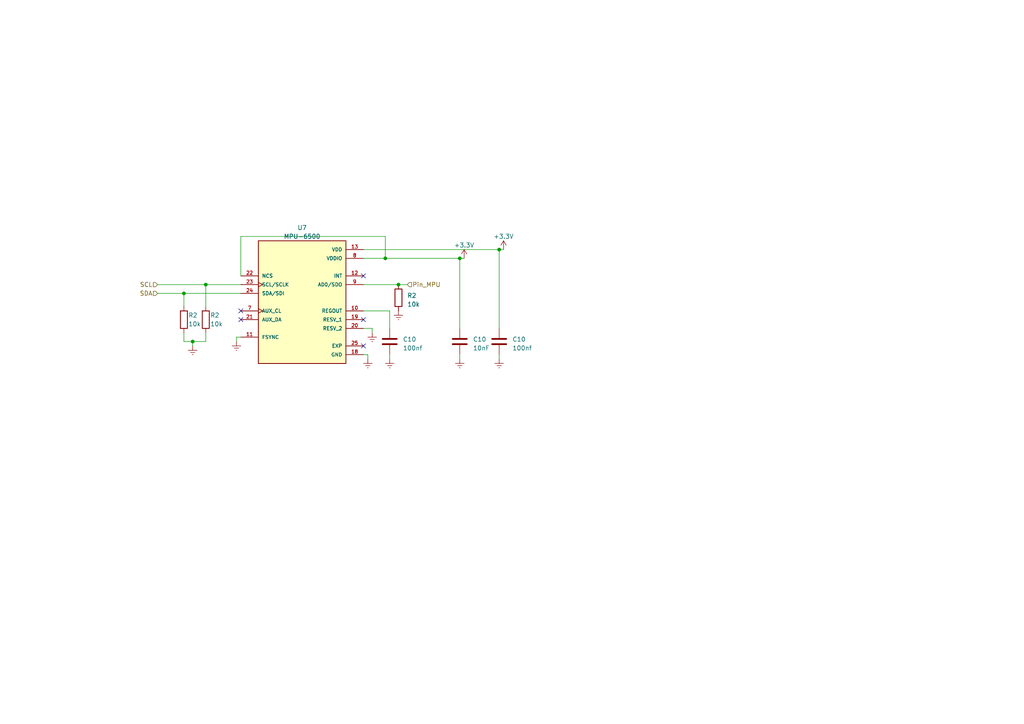
<source format=kicad_sch>
(kicad_sch (version 20230121) (generator eeschema)
  (paper "A4")
  (lib_symbols
    (symbol "Device:C" (pin_numbers hide) (pin_names (offset 0.254))
      (property "Reference" "C" (at 0.635 2.54 0))
      (property "Value" "C" (at 0.635 -2.54 0))
      (symbol "C_0_1"
        (polyline (pts (xy -2.032 -0.762) (xy 2.032 -0.762)) (stroke (width 0.508)))
        (polyline (pts (xy -2.032 0.762) (xy 2.032 0.762)) (stroke (width 0.508)))
      )
      (symbol "C_1_1"
        (pin passive line (at 0 3.81 270) (length 2.794) (name "~") (number "1"))
        (pin passive line (at 0 -3.81 90) (length 2.794) (name "~") (number "2"))
      )
    )
    (symbol "Device:R" (pin_numbers hide) (pin_names (offset 0))
      (property "Reference" "R" (at 2.032 0 90))
      (property "Value" "R" (at 0 0 90))
      (symbol "R_0_1"
        (rectangle (start -1.016 -2.54) (end 1.016 2.54) (stroke (width 0.254)))
      )
      (symbol "R_1_1"
        (pin passive line (at 0 3.81 270) (length 1.27) (name "~") (number "1"))
        (pin passive line (at 0 -3.81 90) (length 1.27) (name "~") (number "2"))
      )
    )
    (symbol "MPU-6500:MPU-6500" (pin_names (offset 1.016))
      (property "Reference" "U" (at -12.7 19.05 0))
      (property "Value" "MPU-6500" (at -12.7 -19.05 0))
      (symbol "MPU-6500_0_0"
        (rectangle (start -12.7 -17.78) (end 12.7 17.78) (stroke (width 0.254)) (fill (type background)))
        (pin output line (at 17.78 -2.54 180) (length 5.08) (name "REGOUT") (number "10"))
        (pin input line (at -17.78 -10.16 0) (length 5.08) (name "FSYNC") (number "11"))
        (pin output line (at 17.78 7.62 180) (length 5.08) (name "INT") (number "12"))
        (pin power_in line (at 17.78 15.24 180) (length 5.08) (name "VDD") (number "13"))
        (pin power_in line (at 17.78 -15.24 180) (length 5.08) (name "GND") (number "18"))
        (pin passive line (at 17.78 -5.08 180) (length 5.08) (name "RESV_1") (number "19"))
        (pin passive line (at 17.78 -7.62 180) (length 5.08) (name "RESV_2") (number "20"))
        (pin bidirectional line (at -17.78 -5.08 0) (length 5.08) (name "AUX_DA") (number "21"))
        (pin input line (at -17.78 7.62 0) (length 5.08) (name "NCS") (number "22"))
        (pin input clock (at -17.78 5.08 0) (length 5.08) (name "SCL/SCLK") (number "23"))
        (pin bidirectional line (at -17.78 2.54 0) (length 5.08) (name "SDA/SDI") (number "24"))
        (pin passive line (at 17.78 -12.7 180) (length 5.08) (name "EXP") (number "25"))
        (pin input clock (at -17.78 -2.54 0) (length 5.08) (name "AUX_CL") (number "7"))
        (pin power_in line (at 17.78 12.7 180) (length 5.08) (name "VDDIO") (number "8"))
        (pin output line (at 17.78 5.08 180) (length 5.08) (name "AD0/SDO") (number "9"))
      )
    )
    (symbol "power:+3.3V" (power) (pin_names (offset 0))
      (property "Value" "+3.3V" (at 0 3.556 0))
      (symbol "+3.3V_0_1"
        (polyline (pts (xy -0.762 1.27) (xy 0 2.54)))
        (polyline (pts (xy 0 0) (xy 0 2.54)))
        (polyline (pts (xy 0 2.54) (xy 0.762 1.27)))
      )
      (symbol "+3.3V_1_1"
        (pin power_in line (at 0 0 90) (length 0) hide (name "+3.3V") (number "1"))
      )
    )
    (symbol "power:Earth" (power) (pin_names (offset 0))
      (symbol "Earth_0_1"
        (polyline (pts (xy -0.635 -1.905) (xy 0.635 -1.905)))
        (polyline (pts (xy -0.127 -2.54) (xy 0.127 -2.54)))
        (polyline (pts (xy 0 -1.27) (xy 0 0)))
        (polyline (pts (xy 1.27 -1.27) (xy -1.27 -1.27)))
      )
      (symbol "Earth_1_1"
        (pin power_in line (at 0 0 270) (length 0) hide (name "Earth") (number "1"))
      )
    )
  )
  (junction (at 53.34 85.09))
  (junction (at 115.57 82.55))
  (junction (at 133.35 74.93))
  (junction (at 111.76 74.93))
  (junction (at 55.88 99.06))
  (junction (at 59.69 82.55))
  (junction (at 144.78 72.39))
  (no_connect (at 105.41 100.33))
  (no_connect (at 105.41 92.71))
  (no_connect (at 69.85 90.17))
  (no_connect (at 69.85 92.71))
  (no_connect (at 105.41 80.01))
  (wire (pts (xy 105.41 74.93) (xy 111.76 74.93)))
  (wire (pts (xy 144.78 102.87) (xy 144.78 104.14)))
  (wire (pts (xy 111.76 68.58) (xy 111.76 74.93)))
  (wire (pts (xy 68.58 97.79) (xy 68.58 99.06)))
  (wire (pts (xy 45.72 82.55) (xy 59.69 82.55)))
  (wire (pts (xy 106.68 102.87) (xy 105.41 102.87)))
  (wire (pts (xy 69.85 97.79) (xy 68.58 97.79)))
  (wire (pts (xy 107.95 96.52) (xy 107.95 95.25)))
  (wire (pts (xy 133.35 104.14) (xy 133.35 102.87)))
  (wire (pts (xy 144.78 72.39) (xy 146.05 72.39)))
  (wire (pts (xy 106.68 104.14) (xy 106.68 102.87)))
  (wire (pts (xy 53.34 85.09) (xy 69.85 85.09)))
  (wire (pts (xy 53.34 96.52) (xy 53.34 99.06)))
  (wire (pts (xy 55.88 100.33) (xy 55.88 99.06)))
  (wire (pts (xy 69.85 68.58) (xy 111.76 68.58)))
  (wire (pts (xy 69.85 80.01) (xy 69.85 68.58)))
  (wire (pts (xy 53.34 85.09) (xy 53.34 88.9)))
  (wire (pts (xy 55.88 99.06) (xy 59.69 99.06)))
  (wire (pts (xy 53.34 99.06) (xy 55.88 99.06)))
  (wire (pts (xy 105.41 82.55) (xy 115.57 82.55)))
  (wire (pts (xy 59.69 82.55) (xy 69.85 82.55)))
  (wire (pts (xy 113.03 102.87) (xy 113.03 104.14)))
  (wire (pts (xy 111.76 74.93) (xy 133.35 74.93)))
  (wire (pts (xy 59.69 99.06) (xy 59.69 96.52)))
  (wire (pts (xy 113.03 95.25) (xy 113.03 90.17)))
  (wire (pts (xy 107.95 95.25) (xy 105.41 95.25)))
  (wire (pts (xy 45.72 85.09) (xy 53.34 85.09)))
  (wire (pts (xy 133.35 74.93) (xy 134.62 74.93)))
  (wire (pts (xy 59.69 82.55) (xy 59.69 88.9)))
  (wire (pts (xy 133.35 74.93) (xy 133.35 95.25)))
  (wire (pts (xy 118.11 82.55) (xy 115.57 82.55)))
  (wire (pts (xy 144.78 95.25) (xy 144.78 72.39)))
  (wire (pts (xy 113.03 90.17) (xy 105.41 90.17)))
  (wire (pts (xy 105.41 72.39) (xy 144.78 72.39)))
  (hierarchical_label "SDA" (shape input) (at 45.72 85.09 180))
  (hierarchical_label "SCL" (shape input) (at 45.72 82.55 180))
  (hierarchical_label "Pin_MPU" (shape input) (at 118.11 82.55 0))
  (symbol (lib_id "power:Earth") (at 107.95 96.52 0) (unit 1)
    (property "Reference" "#PWR03" (effects hide))
    (property "Value" "Earth" (effects hide))
    (instances (project "KISS_V2" (path "" (reference "#PWR03") (unit 1)) (path "" (reference "#PWR013") (unit 1)) (path "" (reference "#PWR014") (unit 1))) (project "Proyecto kiss" (path "" (reference "#PWR022") (unit 1)) (path "" (reference "#PWR022") (unit 1))))
  )
  (symbol (lib_id "Device:R") (at 59.69 92.71 0) (unit 1)
    (property "Reference" "R2" (at 60.96 91.44 0) (effects (justify left)))
    (property "Value" "10k" (at 60.96 93.98 0) (effects (justify left)))
    (property "Footprint" "Resistor_SMD:R_0603_1608Metric" (effects hide))
    (property "Datasheet" "https://www.mouser.com/datasheet/2/427/crcw0201e3-1761851.pdf" (effects hide))
    (property "Mouser Price/Stock" "https://www.mouser.com/ProductDetail/Vishay-Dale/CRCW0201220KFKED?qs=NYScm%2FwlDDYNqmB%252BWqlp%252Bw%3D%3D" (effects hide))
    (property "Manufacturer_Part_Number" "CRCW0201220KFKED" (effects hide))
    (instances (project "KISS_V2" (path "" (reference "R2") (unit 1)) (path "" (reference "R6") (unit 1))) (project "Proyecto kiss" (path "" (reference "R3") (unit 1)) (path "" (reference "R24") (unit 1))))
  )
  (symbol (lib_id "power:+3.3V") (at 146.05 72.39 0) (unit 1)
    (property "Reference" "#PWR026" (effects hide))
    (property "Value" "+3.3V" (at 146.05 68.58 0))
    (instances (project "Proyecto kiss" (path "" (reference "#PWR026") (unit 1)) (path "" (reference "#PWR027") (unit 1))))
  )
  (symbol (lib_id "Device:C") (at 144.78 99.06 180) (unit 1)
    (property "Reference" "C10" (at 148.59 98.425 0) (effects (justify right)))
    (property "Value" "100nf" (at 148.59 100.965 0) (effects (justify right)))
    (property "Footprint" "Capacitor_SMD:C_0603_1608Metric" (effects hide))
    (property "Datasheet" "https://www.mouser.com/datasheet/2/212/KEM_C1023_X7R_AUTO_SMD-1093309.pdf" (effects hide))
    (property "Manufacturer_Part_Number" "C0603C104K5RAC3121" (effects hide))
    (property "Mouser Price/Stock" "https://www.mouser.com/ProductDetail/KEMET/C0603C104K5RAC3121?qs=oBCMsStVSxe1EkGyoyETtg%3D%3D" (effects hide))
    (instances (project "KISS_V2" (path "" (reference "C10") (unit 1)) (path "" (reference "C14") (unit 1))) (project "Proyecto kiss" (path "" (reference "C14") (unit 1)) (path "" (reference "C14") (unit 1))))
  )
  (symbol (lib_id "power:Earth") (at 144.78 104.14 0) (unit 1)
    (property "Reference" "#PWR03" (effects hide))
    (property "Value" "Earth" (effects hide))
    (instances (project "KISS_V2" (path "" (reference "#PWR03") (unit 1)) (path "" (reference "#PWR013") (unit 1)) (path "" (reference "#PWR017") (unit 1))) (project "Proyecto kiss" (path "" (reference "#PWR025") (unit 1)) (path "" (reference "#PWR026") (unit 1))))
  )
  (symbol (lib_id "Device:R") (at 53.34 92.71 0) (unit 1)
    (property "Reference" "R2" (at 54.61 91.44 0) (effects (justify left)))
    (property "Value" "10k" (at 54.61 93.98 0) (effects (justify left)))
    (property "Footprint" "Resistor_SMD:R_0603_1608Metric" (effects hide))
    (property "Datasheet" "https://www.mouser.com/datasheet/2/427/crcw0201e3-1761851.pdf" (effects hide))
    (property "Mouser Price/Stock" "https://www.mouser.com/ProductDetail/Vishay-Dale/CRCW0201220KFKED?qs=NYScm%2FwlDDYNqmB%252BWqlp%252Bw%3D%3D" (effects hide))
    (property "Manufacturer_Part_Number" "CRCW0201220KFKED" (effects hide))
    (instances (project "KISS_V2" (path "" (reference "R2") (unit 1)) (path "" (reference "R6") (unit 1))) (project "Proyecto kiss" (path "" (reference "R3") (unit 1)) (path "" (reference "R23") (unit 1))))
  )
  (symbol (lib_id "power:Earth") (at 68.58 99.06 0) (unit 1)
    (property "Reference" "#PWR03" (effects hide))
    (property "Value" "Earth" (effects hide))
    (instances (project "KISS_V2" (path "" (reference "#PWR03") (unit 1)) (path "" (reference "#PWR013") (unit 1)) (path "" (reference "#PWR012") (unit 1))) (project "Proyecto kiss" (path "" (reference "#PWR020") (unit 1)) (path "" (reference "#PWR020") (unit 1))))
  )
  (symbol (lib_id "power:+3.3V") (at 134.62 74.93 0) (unit 1)
    (property "Reference" "#PWR027" (effects hide))
    (property "Value" "+3.3V" (at 134.62 71.12 0))
    (instances (project "Proyecto kiss" (path "" (reference "#PWR027") (unit 1)) (path "" (reference "#PWR025") (unit 1))))
  )
  (symbol (lib_id "MPU-6500:MPU-6500") (at 87.63 87.63 0) (unit 1)
    (property "Reference" "U7" (at 87.63 66.04 0))
    (property "Value" "MPU-6500" (at 87.63 68.58 0))
    (property "Footprint" "MPU-6500:QFN40P300X300X95-25N" (effects hide))
    (property "Datasheet" "https://product.tdk.com/system/files/dam/doc/product/sensor/mortion-inertial/imu/data_sheet/mpu-6500-datasheet2.pdf?ref_disty=mouser" (effects hide))
    (property "B_MIN" "0.15" (effects hide))
    (property "D_NOM" "3.0" (effects hide))
    (property "MAXIMUM_PACKAGE_HEIGHT" "0.95 mm" (effects hide))
    (property "D2_NOM" "1.7" (effects hide))
    (property "E2_NOM" "1.54" (effects hide))
    (property "E_NOM" "3.0" (effects hide))
    (property "D_MIN" "2.9" (effects hide))
    (property "PARTREV" "1.3" (effects hide))
    (property "L_NOM" "0.3" (effects hide))
    (property "L_MAX" "0.25" (effects hide))
    (property "PIN_COUNT_D" "6.0" (effects hide))
    (property "PIN_COUNT_E" "6.0" (effects hide))
    (property "D_MAX" "3.1" (effects hide))
    (property "ENOM" "0.4" (effects hide))
    (property "L_MIN" "0.15" (effects hide))
    (property "MANUFACTURER" "TDK InvenSense" (effects hide))
    (property "STANDARD" "IPC 7351B" (effects hide))
    (property "B_MAX" "0.25" (effects hide))
    (property "E_MIN" "2.9" (effects hide))
    (property "E_MAX" "3.1" (effects hide))
    (property "B_NOM" "0.2" (effects hide))
    (property "Manufacturer_Part_Number" "MPU-6500" (effects hide))
    (property "Mouser Price/Stock" "https://www.mouser.com/ProductDetail/TDK-InvenSense/MPU-6500?qs=u4fy%2FsgLU9PiIOIlWOSPhQ%3D%3D" (effects hide))
  )
  (symbol (lib_id "power:Earth") (at 133.35 104.14 0) (unit 1)
    (property "Reference" "#PWR03" (effects hide))
    (property "Value" "Earth" (effects hide))
    (instances (project "KISS_V2" (path "" (reference "#PWR03") (unit 1)) (path "" (reference "#PWR013") (unit 1)) (path "" (reference "#PWR016") (unit 1))) (project "Proyecto kiss" (path "" (reference "#PWR024") (unit 1)) (path "" (reference "#PWR024") (unit 1))))
  )
  (symbol (lib_id "power:Earth") (at 55.88 100.33 0) (unit 1)
    (property "Reference" "#PWR03" (effects hide))
    (property "Value" "Earth" (effects hide))
    (instances (project "KISS_V2" (path "" (reference "#PWR03") (unit 1)) (path "" (reference "#PWR013") (unit 1)) (path "" (reference "#PWR012") (unit 1))) (project "Proyecto kiss" (path "" (reference "#PWR020") (unit 1)) (path "" (reference "#PWR033") (unit 1))))
  )
  (symbol (lib_id "power:Earth") (at 106.68 104.14 0) (unit 1)
    (property "Reference" "#PWR03" (effects hide))
    (property "Value" "Earth" (effects hide))
    (instances (project "KISS_V2" (path "" (reference "#PWR03") (unit 1)) (path "" (reference "#PWR013") (unit 1)) (path "" (reference "#PWR013") (unit 1))) (project "Proyecto kiss" (path "" (reference "#PWR021") (unit 1)) (path "" (reference "#PWR021") (unit 1))))
  )
  (symbol (lib_id "power:Earth") (at 115.57 90.17 0) (unit 1)
    (property "Reference" "#PWR03" (effects hide))
    (property "Value" "Earth" (effects hide))
    (instances (project "KISS_V2" (path "" (reference "#PWR03") (unit 1)) (path "" (reference "#PWR013") (unit 1)) (path "" (reference "#PWR015") (unit 1))) (project "Proyecto kiss" (path "" (reference "#PWR023") (unit 1)) (path "" (reference "#PWR034") (unit 1))))
  )
  (symbol (lib_id "Device:R") (at 115.57 86.36 0) (unit 1)
    (property "Reference" "R2" (at 118.11 85.725 0) (effects (justify left)))
    (property "Value" "10k" (at 118.11 88.265 0) (effects (justify left)))
    (property "Footprint" "Resistor_SMD:R_0603_1608Metric" (effects hide))
    (property "Datasheet" "https://www.mouser.com/datasheet/2/427/crcw0201e3-1761851.pdf" (effects hide))
    (property "Mouser Price/Stock" "https://www.mouser.com/ProductDetail/Vishay-Dale/CRCW0201220KFKED?qs=NYScm%2FwlDDYNqmB%252BWqlp%252Bw%3D%3D" (effects hide))
    (property "Manufacturer_Part_Number" "CRCW0201220KFKED" (effects hide))
    (instances (project "KISS_V2" (path "" (reference "R2") (unit 1)) (path "" (reference "R6") (unit 1))) (project "Proyecto kiss" (path "" (reference "R3") (unit 1)) (path "" (reference "R25") (unit 1))))
  )
  (symbol (lib_id "Device:C") (at 113.03 99.06 0) (unit 1)
    (property "Reference" "C10" (at 116.84 98.425 0) (effects (justify left)))
    (property "Value" "100nf" (at 116.84 100.965 0) (effects (justify left)))
    (property "Footprint" "Capacitor_SMD:C_0603_1608Metric" (effects hide))
    (property "Datasheet" "https://www.mouser.com/datasheet/2/212/KEM_C1023_X7R_AUTO_SMD-1093309.pdf" (effects hide))
    (property "Manufacturer_Part_Number" "C0603C104K5RAC3121" (effects hide))
    (property "Mouser Price/Stock" "https://www.mouser.com/ProductDetail/KEMET/C0603C104K5RAC3121?qs=oBCMsStVSxe1EkGyoyETtg%3D%3D" (effects hide))
    (instances (project "KISS_V2" (path "" (reference "C10") (unit 1)) (path "" (reference "C12") (unit 1))) (project "Proyecto kiss" (path "" (reference "C12") (unit 1)) (path "" (reference "C12") (unit 1))))
  )
  (symbol (lib_id "Device:C") (at 133.35 99.06 180) (unit 1)
    (property "Reference" "C10" (at 137.16 98.425 0) (effects (justify right)))
    (property "Value" "10nF" (at 137.16 100.965 0) (effects (justify right)))
    (property "Footprint" "Capacitor_SMD:C_0603_1608Metric" (effects hide))
    (property "Datasheet" "https://www.mouser.com/datasheet/2/396/Taiyo_Yuden_19_MAASL063SB7103MFCA01_SS-3007189.pdf" (effects hide))
    (property "Manufacturer_Part_Number" "MAASL063SB7103MFCA01" (effects hide))
    (property "Mouser Price/Stock" "https://www.mouser.com/ProductDetail/TAIYO-YUDEN/MAASL063SB7103MFCA01?qs=sGAEpiMZZMsh%252B1woXyUXj3XUfju0vRpjQpE8z53Gdps%3D" (effects hide))
    (instances (project "KISS_V2" (path "" (reference "C10") (unit 1)) (path "" (reference "C13") (unit 1))) (project "Proyecto kiss" (path "" (reference "C13") (unit 1)) (path "" (reference "C13") (unit 1))))
  )
  (symbol (lib_id "power:Earth") (at 113.03 104.14 0) (unit 1)
    (property "Reference" "#PWR03" (effects hide))
    (property "Value" "Earth" (effects hide))
    (instances (project "KISS_V2" (path "" (reference "#PWR03") (unit 1)) (path "" (reference "#PWR013") (unit 1)) (path "" (reference "#PWR015") (unit 1))) (project "Proyecto kiss" (path "" (reference "#PWR023") (unit 1)) (path "" (reference "#PWR023") (unit 1))))
  )
)
</source>
